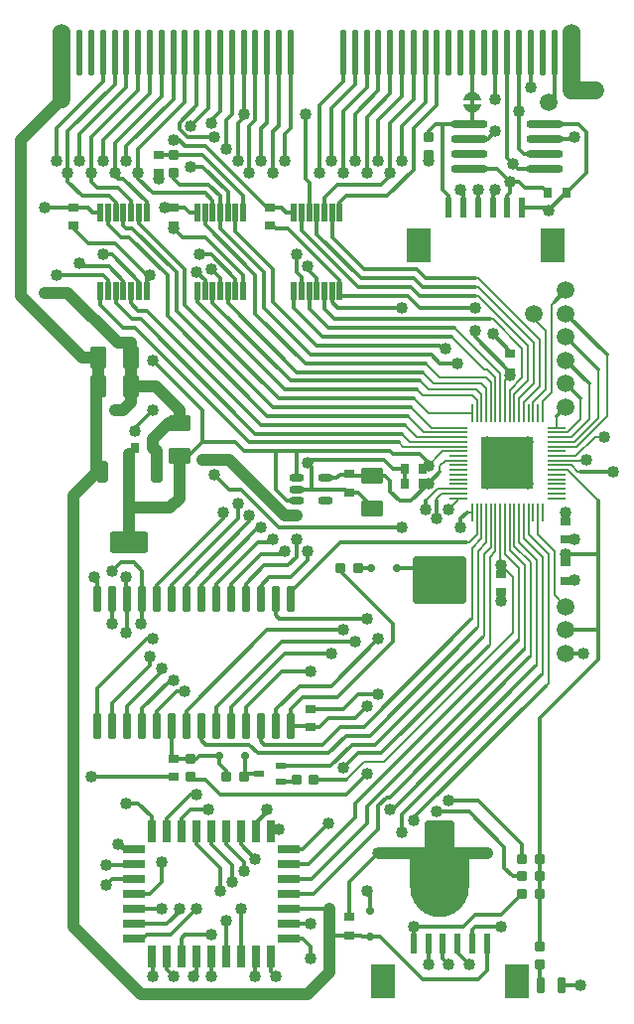
<source format=gbr>
G04 DipTrace 4.3.0.5*
G04 1 - Top.gbr*
%MOIN*%
G04 #@! TF.FileFunction,Copper,L1,Top*
G04 #@! TF.Part,Single*
%AMOUTLINE0*
4,1,28,
-0.041339,0.07874,
0.041339,0.07874,
0.043377,0.078472,
0.045276,0.077685,
0.046906,0.076434,
0.048158,0.074803,
0.048944,0.072904,
0.049213,0.070866,
0.049213,-0.070866,
0.048944,-0.072904,
0.048158,-0.074803,
0.046906,-0.076434,
0.045276,-0.077685,
0.043377,-0.078472,
0.041339,-0.07874,
-0.041339,-0.07874,
-0.043377,-0.078472,
-0.045276,-0.077685,
-0.046906,-0.076434,
-0.048158,-0.074803,
-0.048944,-0.072904,
-0.049213,-0.070866,
-0.049213,0.070866,
-0.048944,0.072904,
-0.048158,0.074803,
-0.046906,0.076434,
-0.045276,0.077685,
-0.043377,0.078472,
-0.041339,0.07874,
0*%
%AMOUTLINE3*
4,1,28,
-0.080709,0.07874,
0.080709,0.07874,
0.082747,0.078472,
0.084646,0.077685,
0.086276,0.076434,
0.087528,0.074803,
0.088314,0.072904,
0.088583,0.070866,
0.088583,-0.070866,
0.088314,-0.072904,
0.087528,-0.074803,
0.086276,-0.076434,
0.084646,-0.077685,
0.082747,-0.078472,
0.080709,-0.07874,
-0.080709,-0.07874,
-0.082747,-0.078472,
-0.084646,-0.077685,
-0.086276,-0.076434,
-0.087528,-0.074803,
-0.088314,-0.072904,
-0.088583,-0.070866,
-0.088583,0.070866,
-0.088314,0.072904,
-0.087528,0.074803,
-0.086276,0.076434,
-0.084646,0.077685,
-0.082747,0.078472,
-0.080709,0.07874,
0*%
%AMOUTLINE6*
4,1,28,
0.018307,0.00748,
0.018307,-0.00748,
0.018052,-0.009416,
0.017305,-0.01122,
0.016116,-0.01277,
0.014567,-0.013958,
0.012763,-0.014706,
0.010827,-0.014961,
-0.010827,-0.014961,
-0.012763,-0.014706,
-0.014567,-0.013958,
-0.016116,-0.01277,
-0.017305,-0.01122,
-0.018052,-0.009416,
-0.018307,-0.00748,
-0.018307,0.00748,
-0.018052,0.009416,
-0.017305,0.01122,
-0.016116,0.01277,
-0.014567,0.013958,
-0.012763,0.014706,
-0.010827,0.014961,
0.010827,0.014961,
0.012763,0.014706,
0.014567,0.013958,
0.016116,0.01277,
0.017305,0.01122,
0.018052,0.009416,
0.018307,0.00748,
0*%
%AMOUTLINE9*
4,1,28,
-0.018307,-0.00748,
-0.018307,0.00748,
-0.018052,0.009416,
-0.017305,0.01122,
-0.016116,0.01277,
-0.014567,0.013958,
-0.012763,0.014706,
-0.010827,0.014961,
0.010827,0.014961,
0.012763,0.014706,
0.014567,0.013958,
0.016116,0.01277,
0.017305,0.01122,
0.018052,0.009416,
0.018307,0.00748,
0.018307,-0.00748,
0.018052,-0.009416,
0.017305,-0.01122,
0.016116,-0.01277,
0.014567,-0.013958,
0.012763,-0.014706,
0.010827,-0.014961,
-0.010827,-0.014961,
-0.012763,-0.014706,
-0.014567,-0.013958,
-0.016116,-0.01277,
-0.017305,-0.01122,
-0.018052,-0.009416,
-0.018307,-0.00748,
0*%
%AMOUTLINE12*
4,1,28,
0.017126,-0.037598,
-0.017126,-0.037598,
-0.019673,-0.037263,
-0.022047,-0.03628,
-0.024086,-0.034716,
-0.02565,-0.032677,
-0.026633,-0.030303,
-0.026969,-0.027756,
-0.026969,0.027756,
-0.026633,0.030303,
-0.02565,0.032677,
-0.024086,0.034716,
-0.022047,0.03628,
-0.019673,0.037263,
-0.017126,0.037598,
0.017126,0.037598,
0.019673,0.037263,
0.022047,0.03628,
0.024086,0.034716,
0.02565,0.032677,
0.026633,0.030303,
0.026969,0.027756,
0.026969,-0.027756,
0.026633,-0.030303,
0.02565,-0.032677,
0.024086,-0.034716,
0.022047,-0.03628,
0.019673,-0.037263,
0.017126,-0.037598,
0*%
%AMOUTLINE15*
4,1,28,
-0.017126,0.037598,
0.017126,0.037598,
0.019673,0.037263,
0.022047,0.03628,
0.024086,0.034716,
0.02565,0.032677,
0.026633,0.030303,
0.026969,0.027756,
0.026969,-0.027756,
0.026633,-0.030303,
0.02565,-0.032677,
0.024086,-0.034716,
0.022047,-0.03628,
0.019673,-0.037263,
0.017126,-0.037598,
-0.017126,-0.037598,
-0.019673,-0.037263,
-0.022047,-0.03628,
-0.024086,-0.034716,
-0.02565,-0.032677,
-0.026633,-0.030303,
-0.026969,-0.027756,
-0.026969,0.027756,
-0.026633,0.030303,
-0.02565,0.032677,
-0.024086,0.034716,
-0.022047,0.03628,
-0.019673,0.037263,
-0.017126,0.037598,
0*%
%AMOUTLINE18*
4,1,28,
0.00748,-0.018307,
-0.00748,-0.018307,
-0.009416,-0.018052,
-0.01122,-0.017305,
-0.01277,-0.016116,
-0.013958,-0.014567,
-0.014706,-0.012763,
-0.014961,-0.010827,
-0.014961,0.010827,
-0.014706,0.012763,
-0.013958,0.014567,
-0.01277,0.016116,
-0.01122,0.017305,
-0.009416,0.018052,
-0.00748,0.018307,
0.00748,0.018307,
0.009416,0.018052,
0.01122,0.017305,
0.01277,0.016116,
0.013958,0.014567,
0.014706,0.012763,
0.014961,0.010827,
0.014961,-0.010827,
0.014706,-0.012763,
0.013958,-0.014567,
0.01277,-0.016116,
0.01122,-0.017305,
0.009416,-0.018052,
0.00748,-0.018307,
0*%
%AMOUTLINE21*
4,1,28,
-0.00748,0.018307,
0.00748,0.018307,
0.009416,0.018052,
0.01122,0.017305,
0.01277,0.016116,
0.013958,0.014567,
0.014706,0.012763,
0.014961,0.010827,
0.014961,-0.010827,
0.014706,-0.012763,
0.013958,-0.014567,
0.01277,-0.016116,
0.01122,-0.017305,
0.009416,-0.018052,
0.00748,-0.018307,
-0.00748,-0.018307,
-0.009416,-0.018052,
-0.01122,-0.017305,
-0.01277,-0.016116,
-0.013958,-0.014567,
-0.014706,-0.012763,
-0.014961,-0.010827,
-0.014961,0.010827,
-0.014706,0.012763,
-0.013958,0.014567,
-0.01277,0.016116,
-0.01122,0.017305,
-0.009416,0.018052,
-0.00748,0.018307,
0*%
%AMOUTLINE24*
4,1,28,
0.037598,0.017127,
0.037599,-0.017125,
0.037264,-0.019672,
0.03628,-0.022046,
0.034716,-0.024085,
0.032678,-0.025649,
0.030304,-0.026632,
0.027757,-0.026968,
-0.027755,-0.026969,
-0.030303,-0.026634,
-0.032676,-0.025651,
-0.034715,-0.024087,
-0.036279,-0.022048,
-0.037263,-0.019674,
-0.037598,-0.017127,
-0.037599,0.017125,
-0.037264,0.019672,
-0.03628,0.022046,
-0.034716,0.024085,
-0.032678,0.025649,
-0.030304,0.026632,
-0.027757,0.026968,
0.027755,0.026969,
0.030303,0.026634,
0.032676,0.025651,
0.034715,0.024087,
0.036279,0.022048,
0.037263,0.019674,
0.037598,0.017127,
0*%
%AMOUTLINE27*
4,1,28,
-0.037598,-0.017127,
-0.037599,0.017125,
-0.037264,0.019672,
-0.03628,0.022046,
-0.034716,0.024085,
-0.032678,0.025649,
-0.030304,0.026632,
-0.027757,0.026968,
0.027755,0.026969,
0.030303,0.026634,
0.032676,0.025651,
0.034715,0.024087,
0.036279,0.022048,
0.037263,0.019674,
0.037598,0.017127,
0.037599,-0.017125,
0.037264,-0.019672,
0.03628,-0.022046,
0.034716,-0.024085,
0.032678,-0.025649,
0.030304,-0.026632,
0.027757,-0.026968,
-0.027755,-0.026969,
-0.030303,-0.026634,
-0.032676,-0.025651,
-0.034715,-0.024087,
-0.036279,-0.022048,
-0.037263,-0.019674,
-0.037598,-0.017127,
0*%
%AMOUTLINE30*
4,1,28,
0.011811,0.005906,
0.011811,-0.005906,
0.01161,-0.007434,
0.01102,-0.008858,
0.010081,-0.010081,
0.008858,-0.01102,
0.007434,-0.01161,
0.005906,-0.011811,
-0.005906,-0.011811,
-0.007434,-0.01161,
-0.008858,-0.01102,
-0.010081,-0.010081,
-0.01102,-0.008858,
-0.01161,-0.007434,
-0.011811,-0.005906,
-0.011811,0.005906,
-0.01161,0.007434,
-0.01102,0.008858,
-0.010081,0.010081,
-0.008858,0.01102,
-0.007434,0.01161,
-0.005906,0.011811,
0.005906,0.011811,
0.007434,0.01161,
0.008858,0.01102,
0.010081,0.010081,
0.01102,0.008858,
0.01161,0.007434,
0.011811,0.005906,
0*%
%AMOUTLINE33*
4,1,28,
-0.011811,-0.005906,
-0.011811,0.005906,
-0.01161,0.007434,
-0.01102,0.008858,
-0.010081,0.010081,
-0.008858,0.01102,
-0.007434,0.01161,
-0.005906,0.011811,
0.005906,0.011811,
0.007434,0.01161,
0.008858,0.01102,
0.010081,0.010081,
0.01102,0.008858,
0.01161,0.007434,
0.011811,0.005906,
0.011811,-0.005906,
0.01161,-0.007434,
0.01102,-0.008858,
0.010081,-0.010081,
0.008858,-0.01102,
0.007434,-0.01161,
0.005906,-0.011811,
-0.005906,-0.011811,
-0.007434,-0.01161,
-0.008858,-0.01102,
-0.010081,-0.010081,
-0.01102,-0.008858,
-0.01161,-0.007434,
-0.011811,-0.005906,
0*%
%AMOUTLINE36*
4,1,28,
-0.005906,0.011811,
0.005905,0.011811,
0.007434,0.01161,
0.008858,0.01102,
0.010081,0.010082,
0.01102,0.008859,
0.01161,0.007434,
0.011811,0.005906,
0.011811,-0.005905,
0.01161,-0.007434,
0.01102,-0.008858,
0.010082,-0.010081,
0.008859,-0.01102,
0.007434,-0.01161,
0.005906,-0.011811,
-0.005905,-0.011811,
-0.007434,-0.01161,
-0.008858,-0.01102,
-0.010081,-0.010082,
-0.01102,-0.008859,
-0.01161,-0.007434,
-0.011811,-0.005906,
-0.011811,0.005905,
-0.01161,0.007434,
-0.01102,0.008858,
-0.010082,0.010081,
-0.008859,0.01102,
-0.007434,0.01161,
-0.005906,0.011811,
0*%
%AMOUTLINE39*
4,1,28,
0.005906,-0.011811,
-0.005905,-0.011811,
-0.007434,-0.01161,
-0.008858,-0.01102,
-0.010081,-0.010082,
-0.01102,-0.008859,
-0.01161,-0.007434,
-0.011811,-0.005906,
-0.011811,0.005905,
-0.01161,0.007434,
-0.01102,0.008858,
-0.010082,0.010081,
-0.008859,0.01102,
-0.007434,0.01161,
-0.005906,0.011811,
0.005905,0.011811,
0.007434,0.01161,
0.008858,0.01102,
0.010081,0.010082,
0.01102,0.008859,
0.01161,0.007434,
0.011811,0.005906,
0.011811,-0.005905,
0.01161,-0.007434,
0.01102,-0.008858,
0.010082,-0.010081,
0.008859,-0.01102,
0.007434,-0.01161,
0.005906,-0.011811,
0*%
%AMOUTLINE42*
4,1,28,
0.007481,-0.025197,
-0.00748,-0.025197,
-0.009416,-0.024942,
-0.01122,-0.024195,
-0.012769,-0.023006,
-0.013958,-0.021457,
-0.014705,-0.019653,
-0.01496,-0.017717,
-0.014961,0.017716,
-0.014706,0.019652,
-0.013959,0.021456,
-0.01277,0.023006,
-0.011221,0.024194,
-0.009417,0.024942,
-0.007481,0.025197,
0.00748,0.025197,
0.009416,0.024942,
0.01122,0.024195,
0.012769,0.023006,
0.013958,0.021457,
0.014705,0.019653,
0.01496,0.017717,
0.014961,-0.017716,
0.014706,-0.019652,
0.013959,-0.021456,
0.01277,-0.023006,
0.011221,-0.024194,
0.009417,-0.024942,
0.007481,-0.025197,
0*%
%AMOUTLINE45*
4,1,28,
-0.007481,0.025197,
0.00748,0.025197,
0.009416,0.024942,
0.01122,0.024195,
0.012769,0.023006,
0.013958,0.021457,
0.014705,0.019653,
0.01496,0.017717,
0.014961,-0.017716,
0.014706,-0.019652,
0.013959,-0.021456,
0.01277,-0.023006,
0.011221,-0.024194,
0.009417,-0.024942,
0.007481,-0.025197,
-0.00748,-0.025197,
-0.009416,-0.024942,
-0.01122,-0.024195,
-0.012769,-0.023006,
-0.013958,-0.021457,
-0.014705,-0.019653,
-0.01496,-0.017717,
-0.014961,0.017716,
-0.014706,0.019652,
-0.013959,0.021456,
-0.01277,0.023006,
-0.011221,0.024194,
-0.009417,0.024942,
-0.007481,0.025197,
0*%
%AMOUTLINE48*
4,1,15,
0.030512,-0.088583,
-0.030512,-0.088583,
-0.030512,0.058071,
-0.029472,0.065968,
-0.026424,0.073327,
-0.021575,0.079646,
-0.015256,0.084495,
-0.007897,0.087543,
0.0,0.088583,
0.007897,0.087543,
0.015256,0.084495,
0.021575,0.079646,
0.026424,0.073327,
0.029472,0.065968,
0.030512,0.058071,
0.030512,-0.088583,
0*%
%AMOUTLINE51*
4,1,28,
-0.037598,-0.006693,
-0.037598,0.006693,
-0.037357,0.008527,
-0.036649,0.010236,
-0.035523,0.011704,
-0.034055,0.01283,
-0.032346,0.013538,
-0.030512,0.01378,
0.030512,0.01378,
0.032346,0.013538,
0.034055,0.01283,
0.035523,0.011704,
0.036649,0.010236,
0.037357,0.008527,
0.037598,0.006693,
0.037598,-0.006693,
0.037357,-0.008527,
0.036649,-0.010236,
0.035523,-0.011704,
0.034055,-0.01283,
0.032346,-0.013538,
0.030512,-0.01378,
-0.030512,-0.01378,
-0.032346,-0.013538,
-0.034055,-0.01283,
-0.035523,-0.011704,
-0.036649,-0.010236,
-0.037357,-0.008527,
-0.037598,-0.006693,
0*%
%AMOUTLINE54*
4,1,28,
0.006693,-0.037598,
-0.006693,-0.037598,
-0.008527,-0.037357,
-0.010236,-0.036649,
-0.011704,-0.035523,
-0.01283,-0.034055,
-0.013538,-0.032346,
-0.01378,-0.030512,
-0.01378,0.030512,
-0.013538,0.032346,
-0.01283,0.034055,
-0.011704,0.035523,
-0.010236,0.036649,
-0.008527,0.037357,
-0.006693,0.037598,
0.006693,0.037598,
0.008527,0.037357,
0.010236,0.036649,
0.011704,0.035523,
0.01283,0.034055,
0.013538,0.032346,
0.01378,0.030512,
0.01378,-0.030512,
0.013538,-0.032346,
0.01283,-0.034055,
0.011704,-0.035523,
0.010236,-0.036649,
0.008527,-0.037357,
0.006693,-0.037598,
0*%
%AMOUTLINE57*
4,1,28,
0.037598,0.006693,
0.037598,-0.006693,
0.037357,-0.008527,
0.036649,-0.010236,
0.035523,-0.011704,
0.034055,-0.01283,
0.032346,-0.013538,
0.030512,-0.01378,
-0.030512,-0.01378,
-0.032346,-0.013538,
-0.034055,-0.01283,
-0.035523,-0.011704,
-0.036649,-0.010236,
-0.037357,-0.008527,
-0.037598,-0.006693,
-0.037598,0.006693,
-0.037357,0.008527,
-0.036649,0.010236,
-0.035523,0.011704,
-0.034055,0.01283,
-0.032346,0.013538,
-0.030512,0.01378,
0.030512,0.01378,
0.032346,0.013538,
0.034055,0.01283,
0.035523,0.011704,
0.036649,0.010236,
0.037357,0.008527,
0.037598,0.006693,
0*%
%AMOUTLINE60*
4,1,28,
-0.006693,0.037598,
0.006693,0.037598,
0.008527,0.037357,
0.010236,0.036649,
0.011704,0.035523,
0.01283,0.034055,
0.013538,0.032346,
0.01378,0.030512,
0.01378,-0.030512,
0.013538,-0.032346,
0.01283,-0.034055,
0.011704,-0.035523,
0.010236,-0.036649,
0.008527,-0.037357,
0.006693,-0.037598,
-0.006693,-0.037598,
-0.008527,-0.037357,
-0.010236,-0.036649,
-0.011704,-0.035523,
-0.01283,-0.034055,
-0.013538,-0.032346,
-0.01378,-0.030512,
-0.01378,0.030512,
-0.013538,0.032346,
-0.01283,0.034055,
-0.011704,0.035523,
-0.010236,0.036649,
-0.008527,0.037357,
-0.006693,0.037598,
0*%
%AMOUTLINE63*
4,1,13,
0.029528,-0.014764,
-0.029528,-0.014764,
-0.028521,-0.007121,
-0.025572,0.0,
-0.020879,0.006115,
-0.014764,0.010808,
-0.007642,0.013758,
0.0,0.014764,
0.007642,0.013758,
0.014764,0.010808,
0.020879,0.006115,
0.025572,0.0,
0.028521,-0.007121,
0.029528,-0.014764,
0*%
%AMOUTLINE66*
4,1,15,
-0.098425,0.11811,
0.098425,0.11811,
0.098425,-0.019685,
0.095071,-0.045159,
0.085239,-0.068898,
0.069597,-0.089282,
0.049213,-0.104924,
0.025474,-0.114756,
0.0,-0.11811,
-0.025474,-0.114756,
-0.049213,-0.104924,
-0.069597,-0.089282,
-0.085239,-0.068898,
-0.095071,-0.045159,
-0.098425,-0.019685,
-0.098425,0.11811,
0*%
%AMOUTLINE69*
4,1,13,
-0.029528,0.014764,
0.029528,0.014764,
0.028521,0.007121,
0.025572,0.0,
0.020879,-0.006115,
0.014764,-0.010808,
0.007642,-0.013758,
0.0,-0.014764,
-0.007642,-0.013758,
-0.014764,-0.010808,
-0.020879,-0.006115,
-0.025572,0.0,
-0.028521,0.007121,
-0.029528,0.014764,
0*%
%AMOUTLINE72*
4,1,28,
-0.01752,-0.004921,
-0.01752,0.004921,
-0.017359,0.006144,
-0.016887,0.007283,
-0.016136,0.008262,
-0.015157,0.009013,
-0.014018,0.009485,
-0.012795,0.009646,
0.012795,0.009646,
0.014018,0.009485,
0.015157,0.009013,
0.016136,0.008262,
0.016887,0.007283,
0.017359,0.006144,
0.01752,0.004921,
0.01752,-0.004921,
0.017359,-0.006144,
0.016887,-0.007283,
0.016136,-0.008262,
0.015157,-0.009013,
0.014018,-0.009485,
0.012795,-0.009646,
-0.012795,-0.009646,
-0.014018,-0.009485,
-0.015157,-0.009013,
-0.016136,-0.008262,
-0.016887,-0.007283,
-0.017359,-0.006144,
-0.01752,-0.004921,
0*%
%AMOUTLINE75*
4,1,28,
0.01752,0.004921,
0.01752,-0.004921,
0.017359,-0.006144,
0.016887,-0.007283,
0.016136,-0.008262,
0.015157,-0.009013,
0.014018,-0.009485,
0.012795,-0.009646,
-0.012795,-0.009646,
-0.014018,-0.009485,
-0.015157,-0.009013,
-0.016136,-0.008262,
-0.016887,-0.007283,
-0.017359,-0.006144,
-0.01752,-0.004921,
-0.01752,0.004921,
-0.017359,0.006144,
-0.016887,0.007283,
-0.016136,0.008262,
-0.015157,0.009013,
-0.014018,0.009485,
-0.012795,0.009646,
0.012795,0.009646,
0.014018,0.009485,
0.015157,0.009013,
0.016136,0.008262,
0.016887,0.007283,
0.017359,0.006144,
0.01752,0.004921,
0*%
%AMOUTLINE78*
4,1,28,
0.007874,-0.018307,
-0.007874,-0.018307,
-0.010013,-0.018026,
-0.012007,-0.0172,
-0.01372,-0.015886,
-0.015034,-0.014174,
-0.01586,-0.01218,
-0.016142,-0.01004,
-0.016142,0.010039,
-0.01586,0.012179,
-0.015034,0.014173,
-0.013721,0.015885,
-0.012008,0.017199,
-0.010014,0.018025,
-0.007874,0.018307,
0.007874,0.018307,
0.010013,0.018026,
0.012007,0.0172,
0.01372,0.015886,
0.015034,0.014174,
0.01586,0.01218,
0.016142,0.01004,
0.016142,-0.010039,
0.01586,-0.012179,
0.015034,-0.014173,
0.013721,-0.015885,
0.012008,-0.017199,
0.010014,-0.018025,
0.007874,-0.018307,
0*%
%AMOUTLINE81*
4,1,28,
-0.007874,0.018307,
0.007874,0.018307,
0.010013,0.018026,
0.012007,0.0172,
0.01372,0.015886,
0.015034,0.014174,
0.01586,0.01218,
0.016142,0.01004,
0.016142,-0.010039,
0.01586,-0.012179,
0.015034,-0.014173,
0.013721,-0.015885,
0.012008,-0.017199,
0.010014,-0.018025,
0.007874,-0.018307,
-0.007874,-0.018307,
-0.010013,-0.018026,
-0.012007,-0.0172,
-0.01372,-0.015886,
-0.015034,-0.014174,
-0.01586,-0.01218,
-0.016142,-0.01004,
-0.016142,0.010039,
-0.01586,0.012179,
-0.015034,0.014173,
-0.013721,0.015885,
-0.012008,0.017199,
-0.010014,0.018025,
-0.007874,0.018307,
0*%
%AMOUTLINE84*
4,1,28,
0.018307,0.007875,
0.018307,-0.007873,
0.018026,-0.010013,
0.0172,-0.012007,
0.015886,-0.01372,
0.014174,-0.015033,
0.01218,-0.01586,
0.01004,-0.016141,
-0.010039,-0.016142,
-0.012179,-0.015861,
-0.014173,-0.015035,
-0.015885,-0.013721,
-0.017199,-0.012009,
-0.018025,-0.010015,
-0.018307,-0.007875,
-0.018307,0.007873,
-0.018026,0.010013,
-0.0172,0.012007,
-0.015886,0.01372,
-0.014174,0.015033,
-0.01218,0.01586,
-0.01004,0.016141,
0.010039,0.016142,
0.012179,0.015861,
0.014173,0.015035,
0.015885,0.013721,
0.017199,0.012009,
0.018025,0.010015,
0.018307,0.007875,
0*%
%AMOUTLINE87*
4,1,28,
-0.018307,-0.007875,
-0.018307,0.007873,
-0.018026,0.010013,
-0.0172,0.012007,
-0.015886,0.01372,
-0.014174,0.015033,
-0.01218,0.01586,
-0.01004,0.016141,
0.010039,0.016142,
0.012179,0.015861,
0.014173,0.015035,
0.015885,0.013721,
0.017199,0.012009,
0.018025,0.010015,
0.018307,0.007875,
0.018307,-0.007873,
0.018026,-0.010013,
0.0172,-0.012007,
0.015886,-0.01372,
0.014174,-0.015033,
0.01218,-0.01586,
0.01004,-0.016141,
-0.010039,-0.016142,
-0.012179,-0.015861,
-0.014173,-0.015035,
-0.015885,-0.013721,
-0.017199,-0.012009,
-0.018025,-0.010015,
-0.018307,-0.007875,
0*%
%AMOUTLINE90*
4,1,28,
0.006299,-0.042717,
-0.006299,-0.042717,
-0.008031,-0.042488,
-0.009646,-0.04182,
-0.011032,-0.040756,
-0.012095,-0.03937,
-0.012764,-0.037756,
-0.012992,-0.036024,
-0.012992,0.036024,
-0.012764,0.037756,
-0.012095,0.03937,
-0.011032,0.040756,
-0.009646,0.04182,
-0.008031,0.042488,
-0.006299,0.042717,
0.006299,0.042717,
0.008031,0.042488,
0.009646,0.04182,
0.011032,0.040756,
0.012095,0.03937,
0.012764,0.037756,
0.012992,0.036024,
0.012992,-0.036024,
0.012764,-0.037756,
0.012095,-0.03937,
0.011032,-0.040756,
0.009646,-0.04182,
0.008031,-0.042488,
0.006299,-0.042717,
0*%
%AMOUTLINE93*
4,1,28,
-0.006299,0.042717,
0.006299,0.042717,
0.008031,0.042488,
0.009646,0.04182,
0.011032,0.040756,
0.012095,0.03937,
0.012764,0.037756,
0.012992,0.036024,
0.012992,-0.036024,
0.012764,-0.037756,
0.012095,-0.03937,
0.011032,-0.040756,
0.009646,-0.04182,
0.008031,-0.042488,
0.006299,-0.042717,
-0.006299,-0.042717,
-0.008031,-0.042488,
-0.009646,-0.04182,
-0.011032,-0.040756,
-0.012095,-0.03937,
-0.012764,-0.037756,
-0.012992,-0.036024,
-0.012992,0.036024,
-0.012764,0.037756,
-0.012095,0.03937,
-0.011032,0.040756,
-0.009646,0.04182,
-0.008031,0.042488,
-0.006299,0.042717,
0*%
%AMOUTLINE96*
4,1,28,
0.009646,-0.03563,
-0.009646,-0.03563,
-0.012193,-0.035295,
-0.014567,-0.034311,
-0.016605,-0.032747,
-0.01817,-0.030709,
-0.019153,-0.028335,
-0.019488,-0.025787,
-0.019488,0.025787,
-0.019153,0.028335,
-0.01817,0.030709,
-0.016605,0.032747,
-0.014567,0.034311,
-0.012193,0.035295,
-0.009646,0.03563,
0.009646,0.03563,
0.012193,0.035295,
0.014567,0.034311,
0.016605,0.032747,
0.01817,0.030709,
0.019153,0.028335,
0.019488,0.025787,
0.019488,-0.025787,
0.019153,-0.028335,
0.01817,-0.030709,
0.016605,-0.032747,
0.014567,-0.034311,
0.012193,-0.035295,
0.009646,-0.03563,
0*%
%AMOUTLINE99*
4,1,28,
-0.054134,0.03563,
0.054134,0.03563,
0.056681,0.035295,
0.059055,0.034311,
0.061094,0.032747,
0.062658,0.030709,
0.063641,0.028335,
0.063976,0.025787,
0.063976,-0.025787,
0.063641,-0.028335,
0.062658,-0.030709,
0.061094,-0.032747,
0.059055,-0.034311,
0.056681,-0.035295,
0.054134,-0.03563,
-0.054134,-0.03563,
-0.056681,-0.035295,
-0.059055,-0.034311,
-0.061094,-0.032747,
-0.062658,-0.030709,
-0.063641,-0.028335,
-0.063976,-0.025787,
-0.063976,0.025787,
-0.063641,0.028335,
-0.062658,0.030709,
-0.061094,0.032747,
-0.059055,0.034311,
-0.056681,0.035295,
-0.054134,0.03563,
0*%
%AMOUTLINE102*
4,1,28,
0.022441,0.005906,
0.022441,-0.005906,
0.02224,-0.007434,
0.02165,-0.008858,
0.020711,-0.010081,
0.019488,-0.01102,
0.018064,-0.01161,
0.016535,-0.011811,
-0.016535,-0.011811,
-0.018064,-0.01161,
-0.019488,-0.01102,
-0.020711,-0.010081,
-0.02165,-0.008858,
-0.02224,-0.007434,
-0.022441,-0.005906,
-0.022441,0.005906,
-0.02224,0.007434,
-0.02165,0.008858,
-0.020711,0.010081,
-0.019488,0.01102,
-0.018064,0.01161,
-0.016535,0.011811,
0.016535,0.011811,
0.018064,0.01161,
0.019488,0.01102,
0.020711,0.010081,
0.02165,0.008858,
0.02224,0.007434,
0.022441,0.005906,
0*%
%AMOUTLINE105*
4,1,28,
-0.022441,-0.005906,
-0.022441,0.005906,
-0.02224,0.007434,
-0.02165,0.008858,
-0.020711,0.010081,
-0.019488,0.01102,
-0.018064,0.01161,
-0.016535,0.011811,
0.016535,0.011811,
0.018064,0.01161,
0.019488,0.01102,
0.020711,0.010081,
0.02165,0.008858,
0.02224,0.007434,
0.022441,0.005906,
0.022441,-0.005906,
0.02224,-0.007434,
0.02165,-0.008858,
0.020711,-0.010081,
0.019488,-0.01102,
0.018064,-0.01161,
0.016535,-0.011811,
-0.016535,-0.011811,
-0.018064,-0.01161,
-0.019488,-0.01102,
-0.020711,-0.010081,
-0.02165,-0.008858,
-0.02224,-0.007434,
-0.022441,-0.005906,
0*%
%AMOUTLINE108*
4,1,28,
0.004331,-0.031102,
-0.004331,-0.031102,
-0.005553,-0.030941,
-0.006693,-0.030469,
-0.007671,-0.029719,
-0.008422,-0.02874,
-0.008894,-0.027601,
-0.009055,-0.026378,
-0.009055,0.026378,
-0.008894,0.027601,
-0.008422,0.02874,
-0.007671,0.029719,
-0.006693,0.030469,
-0.005553,0.030941,
-0.004331,0.031102,
0.004331,0.031102,
0.005553,0.030941,
0.006693,0.030469,
0.007671,0.029719,
0.008422,0.02874,
0.008894,0.027601,
0.009055,0.026378,
0.009055,-0.026378,
0.008894,-0.027601,
0.008422,-0.02874,
0.007671,-0.029719,
0.006693,-0.030469,
0.005553,-0.030941,
0.004331,-0.031102,
0*%
%AMOUTLINE111*
4,1,28,
-0.004331,0.031102,
0.004331,0.031102,
0.005553,0.030941,
0.006693,0.030469,
0.007671,0.029719,
0.008422,0.02874,
0.008894,0.027601,
0.009055,0.026378,
0.009055,-0.026378,
0.008894,-0.027601,
0.008422,-0.02874,
0.007671,-0.029719,
0.006693,-0.030469,
0.005553,-0.030941,
0.004331,-0.031102,
-0.004331,-0.031102,
-0.005553,-0.030941,
-0.006693,-0.030469,
-0.007671,-0.029719,
-0.008422,-0.02874,
-0.008894,-0.027601,
-0.009055,-0.026378,
-0.009055,0.026378,
-0.008894,0.027601,
-0.008422,0.02874,
-0.007671,0.029719,
-0.006693,0.030469,
-0.005553,0.030941,
-0.004331,0.031102,
0*%
%AMOUTLINE114*
4,1,28,
0.059055,0.005907,
0.059055,-0.005904,
0.058854,-0.007433,
0.058264,-0.008857,
0.057326,-0.01008,
0.056103,-0.011019,
0.054678,-0.011609,
0.05315,-0.01181,
-0.053149,-0.011812,
-0.054678,-0.011611,
-0.056102,-0.011021,
-0.057325,-0.010083,
-0.058264,-0.00886,
-0.058854,-0.007435,
-0.059055,-0.005907,
-0.059055,0.005904,
-0.058854,0.007433,
-0.058264,0.008857,
-0.057326,0.01008,
-0.056103,0.011019,
-0.054678,0.011609,
-0.05315,0.01181,
0.053149,0.011812,
0.054678,0.011611,
0.056102,0.011021,
0.057325,0.010083,
0.058264,0.00886,
0.058854,0.007435,
0.059055,0.005907,
0*%
%AMOUTLINE117*
4,1,28,
-0.059055,-0.005907,
-0.059055,0.005904,
-0.058854,0.007433,
-0.058264,0.008857,
-0.057326,0.01008,
-0.056103,0.011019,
-0.054678,0.011609,
-0.05315,0.01181,
0.053149,0.011812,
0.054678,0.011611,
0.056102,0.011021,
0.057325,0.010083,
0.058264,0.00886,
0.058854,0.007435,
0.059055,0.005907,
0.059055,-0.005904,
0.058854,-0.007433,
0.058264,-0.008857,
0.057326,-0.01008,
0.056103,-0.011019,
0.054678,-0.011609,
0.05315,-0.01181,
-0.053149,-0.011812,
-0.054678,-0.011611,
-0.056102,-0.011021,
-0.057325,-0.010083,
-0.058264,-0.00886,
-0.058854,-0.007435,
-0.059055,-0.005907,
0*%
G04 #@! TA.AperFunction,Conductor*
%ADD13C,0.007874*%
%ADD14C,0.012992*%
%ADD15C,0.03937*%
%ADD16C,0.061024*%
%ADD19O,0.021654X0.15748*%
%ADD20R,0.023622X0.066929*%
%ADD21R,0.082677X0.11811*%
%ADD22C,0.059055*%
%ADD23R,0.062992X0.007874*%
%ADD24R,0.007874X0.062992*%
%ADD25R,0.177165X0.177165*%
G04 #@! TA.AperFunction,ViaPad*
%ADD26C,0.04*%
%ADD51OUTLINE0*%
%ADD54OUTLINE3*%
%ADD57OUTLINE6*%
%ADD60OUTLINE9*%
%ADD63OUTLINE12*%
%ADD66OUTLINE15*%
%ADD69OUTLINE18*%
%ADD72OUTLINE21*%
%ADD75OUTLINE24*%
%ADD78OUTLINE27*%
%ADD81OUTLINE30*%
%ADD84OUTLINE33*%
%ADD87OUTLINE36*%
%ADD90OUTLINE39*%
%ADD93OUTLINE42*%
%ADD96OUTLINE45*%
%ADD99OUTLINE48*%
%ADD102OUTLINE51*%
%ADD105OUTLINE54*%
%ADD108OUTLINE57*%
%ADD111OUTLINE60*%
%ADD114OUTLINE63*%
%ADD117OUTLINE66*%
%ADD120OUTLINE69*%
%ADD123OUTLINE72*%
%ADD126OUTLINE75*%
%ADD129OUTLINE78*%
%ADD132OUTLINE81*%
%ADD135OUTLINE84*%
%ADD138OUTLINE87*%
%ADD141OUTLINE90*%
%ADD144OUTLINE93*%
%ADD147OUTLINE96*%
%ADD150OUTLINE99*%
%ADD153OUTLINE102*%
%ADD156OUTLINE105*%
%ADD159OUTLINE108*%
%ADD162OUTLINE111*%
%ADD165OUTLINE114*%
%ADD168OUTLINE117*%
%FSLAX26Y26*%
G04*
G70*
G90*
G75*
G01*
G04 Top*
%LPD*%
X2072835Y2724409D2*
D13*
Y2858268D1*
X1919291Y3011811D1*
D14*
X1496063D1*
X1431102Y3076772D1*
Y3134843D1*
X1171260Y3937008D2*
Y3730315D1*
X1151575Y3710630D1*
Y3612205D1*
X918307Y2102165D2*
Y2148622D1*
X1141732Y2372047D1*
Y2391732D1*
X952362Y1322047D2*
Y1365748D1*
X1033465Y1446850D1*
X1053150D1*
X1456693Y3134843D2*
Y3179134D1*
X1427165Y3208661D1*
Y3218504D1*
X2120079Y2724409D2*
D13*
Y2789370D1*
X2165354Y2834646D1*
Y2952756D1*
X1998031Y3120079D1*
X1988189D1*
D14*
X1801181D1*
X1771654Y3149606D1*
X1594488D1*
X1405512Y3338583D1*
Y3400591D1*
X1702756Y3937008D2*
Y3799213D1*
X1624016Y3720472D1*
Y3533465D1*
X1545276Y1998031D2*
X1289370D1*
X1018307Y1726969D1*
Y1677362D1*
X1102362Y974409D2*
X1013780D1*
X1002362Y962992D1*
Y902362D1*
X1742126Y3937008D2*
Y3789370D1*
X1663386Y3710630D1*
Y3572835D1*
X1584646Y1958661D2*
X1338583D1*
X1118307Y1738386D1*
Y1677362D1*
X1102362Y836614D2*
Y902362D1*
X2135827Y2724409D2*
D13*
Y2775591D1*
X2185039Y2824803D1*
Y2962598D1*
X1998031Y3149606D1*
X1988189D1*
D14*
X1811024D1*
X1781496Y3179134D1*
X1604331D1*
X1456693Y3326772D1*
Y3400591D1*
X1781496Y3937008D2*
Y3779528D1*
X1702756Y3700787D1*
Y3533465D1*
X1624016Y2037402D2*
X1328740D1*
X1318307Y2047835D1*
Y2102165D1*
X1362205Y1262205D2*
X1409843D1*
X1496063Y1348425D1*
X1482283Y3400591D2*
Y3450787D1*
X1525591Y3494094D1*
X1673228D1*
X1702756Y3523622D1*
Y3533465D1*
X2104331Y2724409D2*
D13*
Y2803150D1*
X2145669Y2844488D1*
Y2942913D1*
X2047244Y3041339D1*
X2037402D1*
D14*
X1515748D1*
X1482283Y3074803D1*
Y3134843D1*
X1820866Y3937008D2*
Y3769685D1*
X1742126Y3690945D1*
Y3572835D1*
X1250000Y836614D2*
Y900000D1*
X1252362Y902362D1*
X1507874Y3134843D2*
Y3098425D1*
X1525591Y3080709D1*
X1742126D1*
X2151575Y2724409D2*
D13*
Y2761811D1*
X2204724Y2814961D1*
Y2972441D1*
X1998031Y3179134D1*
X1988189D1*
D14*
X1820866D1*
X1791339Y3208661D1*
X1614173D1*
X1507874Y3314961D1*
Y3400591D1*
X1533465D2*
Y3433071D1*
X1555118Y3454724D1*
X1692913D1*
X1781496Y3543307D1*
Y3681102D1*
X1860236Y3759843D1*
Y3937008D1*
X1210630D2*
Y3730315D1*
Y3720472D1*
X1190945Y3700787D1*
Y3572835D1*
X968307Y2102165D2*
Y2149409D1*
X1190945Y2372047D1*
Y2421260D1*
X1002362Y1322047D2*
Y1366535D1*
X1033465Y1397638D1*
X1092520D1*
X1210630Y3730315D2*
D3*
X1431102Y3400591D2*
Y3500000D1*
X1417323Y3513780D1*
Y3730315D1*
X2057087Y2724409D2*
D13*
Y2844488D1*
X2027559Y2874016D1*
X2017717D1*
X1909449Y2982283D1*
D14*
X1476378D1*
X1379921Y3078740D1*
Y3134843D1*
X1250000Y3937008D2*
Y3710630D1*
X1230315Y3690945D1*
Y3533465D1*
X1018307Y2102165D2*
Y2150197D1*
X1230315Y2362205D1*
Y2381890D1*
X1131890Y1122047D2*
Y1200787D1*
X1052362Y1280315D1*
Y1322047D1*
X1405512Y3134843D2*
Y3181102D1*
X1387795Y3198819D1*
Y3257874D1*
X1289370Y3937008D2*
Y3700787D1*
X1269685Y3681102D1*
Y3572835D1*
X1068307Y2102165D2*
Y2150984D1*
X1259843Y2342520D1*
X1269685D1*
X1102362Y1322047D2*
Y1279528D1*
X1171260Y1210630D1*
Y1151575D1*
X1328740Y3937008D2*
Y3690945D1*
X1309055Y3671260D1*
Y3533465D1*
X1118307Y2102165D2*
Y2151772D1*
X1259843Y2293307D1*
X1309055D1*
Y2303150D1*
X1210630Y1190945D2*
Y1220472D1*
X1152362Y1278740D1*
Y1322047D1*
X1368110Y3937008D2*
Y3681102D1*
X1348425Y3661417D1*
Y3572835D1*
X1168307Y2102165D2*
Y2152559D1*
X1269685Y2253937D1*
X1338583D1*
X1348425Y2263780D1*
X1250000Y1230315D2*
X1202362Y1277953D1*
Y1322047D1*
X1545276Y3937008D2*
Y3838583D1*
X1466535Y3759843D1*
Y3533465D1*
X1218307Y2102165D2*
Y2153346D1*
X1279528Y2214567D1*
X1358268D1*
X1387795Y2244094D1*
Y2303150D1*
X1252362Y1322047D2*
Y1350787D1*
X1289370Y1387795D1*
Y1397638D1*
X1584646Y3937008D2*
Y3828740D1*
X1505906Y3750000D1*
Y3572835D1*
X1268307Y2102165D2*
Y2147636D1*
X1295867Y2175197D1*
X1368110D1*
X1427165Y2234252D1*
Y2263780D1*
X1302362Y1322047D2*
Y1328740D1*
X1328740D1*
X1624016Y3937008D2*
Y3818898D1*
X1545276Y3740157D1*
Y3533465D1*
X1200787Y1062992D2*
Y903937D1*
X1202362Y902362D1*
X1218307Y1677362D2*
Y1739961D1*
X1338583Y1860236D1*
X1437008D1*
X1663386Y3937008D2*
Y3809055D1*
X1584646Y3730315D1*
Y3572835D1*
X1151575Y1023622D2*
Y903150D1*
X1152362Y902362D1*
X1168307Y1677362D2*
Y1739173D1*
X1348425Y1919291D1*
X1505906D1*
X1970471Y3697045D2*
X1879921D1*
X1856493D1*
X1830707Y3671259D1*
Y3651772D1*
X1899606Y3415354D2*
Y3454724D1*
X1879921Y3474409D1*
Y3697045D1*
X1978346Y3937008D2*
Y3704920D1*
X1970471Y3697045D1*
X1978346Y3789370D2*
Y3750000D1*
Y3704920D1*
X2175197Y3937008D2*
Y3818898D1*
X1970472Y3647045D2*
X2032871D1*
X2057087Y3671260D1*
X2096457Y3937008D2*
Y3582677D1*
X2116142Y3562992D1*
X2222442Y3547050D2*
X2132084D1*
X2116142Y3562992D1*
X2047244Y3415354D2*
Y3464567D1*
X2057087Y3474409D1*
X2135827Y3937008D2*
Y3740157D1*
Y3612205D1*
X2150982Y3597050D1*
X2222441D1*
X2135827Y3740157D2*
D3*
X1998031Y3415354D2*
Y3474409D1*
X2057087Y3937008D2*
Y3779528D1*
X2222441Y3647050D2*
X2318310D1*
X2322835Y3651575D1*
X1948819Y3415354D2*
Y3464567D1*
X1938976Y3474409D1*
X1931102Y2440945D2*
D13*
X1929134D1*
Y2431102D1*
X1899606Y2401575D1*
Y1427165D2*
D14*
X1998031D1*
X2145472Y1279724D1*
Y1230315D1*
X1879921Y944882D2*
Y895669D1*
X1899606Y875984D1*
X1931102Y2456693D2*
D13*
X1875984D1*
X1860236Y2440945D1*
Y2431102D1*
D14*
Y2372047D1*
X1830709Y944882D2*
Y875984D1*
X1860236Y1387795D2*
X1968504D1*
X2086614Y1269685D1*
Y1200787D1*
X2116142Y1171260D1*
X2145472D1*
X1931102Y2472441D2*
D13*
X1862205D1*
X1820866Y2431102D1*
D14*
Y2401575D1*
X1781496Y944882D2*
Y1003937D1*
X1948819D1*
X1988189Y1043307D1*
X2076575D1*
X2145472Y1112205D1*
X1931102Y2614173D2*
D13*
X1746063D1*
X1732283Y2627953D1*
D14*
X1230315D1*
X846457Y3011811D1*
X807087D1*
X730315Y3088583D1*
Y3134843D1*
X868307Y2102165D2*
Y2019882D1*
X866142Y2017717D1*
X816929Y1417323D2*
X856299D1*
X902362Y1371260D1*
Y1322047D1*
X580709Y3572835D2*
Y3681102D1*
X738189Y3838583D1*
Y3937008D1*
X767717Y2194882D2*
X797244Y2224409D1*
X840747D1*
X868307Y2196849D1*
Y2102165D1*
X580709Y3188976D2*
X738189D1*
X755906Y3171260D1*
Y3134843D1*
X1931102Y2661417D2*
D13*
X1816929D1*
X1761811Y2716535D1*
D14*
X1289370D1*
X954724Y3051181D1*
Y3188976D1*
X826772Y3316929D1*
X797244D1*
X755906Y3358268D1*
Y3400591D1*
X816929Y2175197D2*
Y2103543D1*
X818307Y2102165D1*
X787402Y1279528D2*
X802362Y1264567D1*
X840157D1*
X842520Y1262205D1*
X818307Y2102165D2*
Y1989567D1*
X816929Y1988189D1*
X620079Y3533465D2*
Y3671260D1*
X777559Y3828740D1*
Y3937008D1*
X620079Y3533465D2*
Y3503937D1*
X669291Y3454724D1*
X757874D1*
X781496Y3431102D1*
Y3400591D1*
X1931102Y2629921D2*
D13*
X1769685D1*
X1742126Y2657480D1*
D14*
X1250000D1*
X866142Y3041339D1*
X836614D1*
X781496Y3096457D1*
Y3134843D1*
X768307Y2102165D2*
Y2017717D1*
X767717D1*
X748031Y1210630D2*
X840945D1*
X842520Y1212205D1*
X659449Y3572835D2*
Y3661417D1*
X816929Y3818898D1*
Y3937008D1*
X659449Y3228346D2*
Y3218504D1*
X757874D1*
X807087Y3169291D1*
Y3134843D1*
X1931102Y2677165D2*
D13*
X1840551D1*
X1771654Y2746063D1*
D14*
X1309055D1*
X984252Y3070866D1*
Y3198819D1*
X836614Y3346457D1*
X816929D1*
X807087Y3356299D1*
Y3400591D1*
X905512Y1968504D2*
X885827D1*
X718504Y1801181D1*
Y1677559D1*
X718307Y1677362D1*
X698819Y3533465D2*
Y3651575D1*
X856299Y3809055D1*
Y3937008D1*
X698819Y3533465D2*
Y3503937D1*
X718504Y3484252D1*
X787402D1*
X832677Y3438976D1*
Y3400591D1*
X935039Y1220472D2*
Y1151575D1*
X895669Y1112205D1*
X842520D1*
X1931102Y2645669D2*
D13*
X1793307D1*
X1751969Y2687008D1*
D14*
X1269685D1*
X885827Y3070866D1*
X856299D1*
X832677Y3094488D1*
Y3134843D1*
X895669Y1909449D2*
Y1879921D1*
X768307Y1752559D1*
Y1677362D1*
X935039Y1062992D2*
X843307D1*
X842520Y1062205D1*
X738189Y3572835D2*
Y3641732D1*
X895669Y3799213D1*
Y3937008D1*
X738189Y3257874D2*
X767717D1*
X858268Y3167323D1*
Y3134843D1*
X1978346Y2724409D2*
D13*
Y2726378D1*
X1830709D1*
X1781496Y2775591D1*
D14*
X1328740D1*
X1013780Y3090551D1*
Y3208661D1*
X858268Y3364173D1*
Y3400591D1*
X935039Y1870079D2*
Y1860236D1*
X818307Y1743504D1*
Y1677362D1*
X994094Y1062992D2*
Y1053150D1*
X953150Y1012205D1*
X842520D1*
X777559Y3533465D2*
Y3631890D1*
X935039Y3789370D1*
Y3937008D1*
X777559Y3533465D2*
Y3523622D1*
X787402Y3513780D1*
X807087D1*
X883858Y3437008D1*
Y3400591D1*
X1994094Y2724409D2*
D13*
Y2769685D1*
X1978346Y2785433D1*
X1811024D1*
X1791339Y2805118D1*
D14*
X1348425D1*
X1055118Y3098425D1*
Y3134843D1*
X974409Y1830709D2*
X964567D1*
X868307Y1734449D1*
Y1677362D1*
X1053150Y1062992D2*
X964567Y974409D1*
X885827D1*
X873622Y962205D1*
X842520D1*
X816929Y3572835D2*
Y3622047D1*
X974409Y3779528D1*
Y3937008D1*
X1080709Y3134843D2*
Y3171260D1*
X1053150Y3198819D1*
X846457Y2667323D2*
Y2677165D1*
X905512Y2736220D1*
X2041339Y2724409D2*
D13*
Y2827785D1*
X2024635Y2844488D1*
X1870079D1*
X1820866Y2893701D1*
D14*
X1417323D1*
X1250000Y3061024D1*
Y3188976D1*
X1080709Y3358268D1*
Y3400591D1*
X1013780Y1791339D2*
X984252D1*
X918307Y1725394D1*
Y1677362D1*
X905512Y836614D2*
Y899213D1*
X902362Y902362D1*
X856299Y3533465D2*
Y3612205D1*
X1013780Y3769685D1*
Y3937008D1*
X856299Y3533465D2*
Y3513780D1*
X905512Y3464567D1*
X1082677D1*
X1106299Y3440945D1*
Y3400591D1*
X2261811Y2582677D2*
D13*
X2326772D1*
X2391732Y2647638D1*
X2411417D1*
D14*
X2421260D1*
X1131890Y3400591D2*
Y3454724D1*
X1092520Y3494094D1*
X994094D1*
X974411Y3513778D1*
Y3533268D1*
X1131890Y3400591D2*
Y3346457D1*
X1279528Y3198819D1*
Y3080709D1*
X1437008Y2923228D1*
X1840551D1*
X1870079Y2893701D1*
X1929134D1*
X974408Y3592717D2*
X926378D1*
X925197Y3593898D1*
X1208661Y3400591D2*
Y3456693D1*
X1071457Y3593898D1*
X925197D1*
X2261811Y2551181D2*
D13*
X2311024D1*
X2332677Y2529528D1*
X2342520D1*
D14*
X2450787D1*
X1183071Y3400591D2*
Y3334646D1*
X1309055Y3208661D1*
Y3100394D1*
X1456693Y2952756D1*
X1870079D1*
X1879921Y2942913D1*
X1889764D1*
X1033465Y3690945D2*
X1092520Y3750000D1*
Y3937008D1*
X1033465Y3553150D2*
X1072835D1*
X1157480Y3468504D1*
Y3400591D1*
X1362205Y1012205D2*
X1435433D1*
X1437008Y1013780D1*
X2057087Y2393701D2*
D13*
Y2263780D1*
X2037402Y2244094D1*
Y1948819D1*
X2032480Y1943898D1*
D14*
X1673228Y1584646D1*
X1594488D1*
X1545276Y1535433D1*
X2088583Y2393701D2*
D13*
Y2251969D1*
X2135827Y2204724D1*
Y1968504D1*
X2130906Y1963583D1*
D14*
X1584646Y1417323D1*
Y1368110D1*
X1428740Y1212205D1*
X1362205D1*
X2104331Y2393701D2*
D13*
Y2265748D1*
X2155512Y2214567D1*
Y1938976D1*
X2150591Y1934055D1*
D14*
X1624016Y1407480D1*
Y1348425D1*
X1437795Y1162205D1*
X1362205D1*
X1726378Y2204726D2*
X1830707D1*
X1870079Y2165354D1*
X1594685Y2204724D2*
X1639764Y2204723D1*
X1978346Y2393701D2*
D13*
X1960630D1*
D14*
X1938976Y2372047D1*
Y2342520D1*
X1929134Y944882D2*
Y915354D1*
X1968504Y875984D1*
X2025591Y2393701D2*
D13*
Y2291339D1*
X1998031Y2263780D1*
Y2007874D1*
X1993110Y2002953D1*
D14*
X1633858Y1643701D1*
X1555118D1*
X1496063Y1584646D1*
X1259843D1*
X1230315Y1614173D1*
X1082677D1*
X1068307Y1628543D1*
Y1677362D1*
X1335630Y1490157D2*
X1381694D1*
X1387598Y1496062D1*
X1994094Y2393701D2*
D13*
Y2318898D1*
X1968504Y2293307D1*
X1958661D1*
D14*
X1535433D1*
X1368307Y2126181D1*
Y2102165D1*
X2009843Y2393701D2*
D13*
Y2305118D1*
X1978346Y2273622D1*
Y2037402D1*
X1973425Y2032480D1*
D14*
X1614173Y1673228D1*
X1535433D1*
X1476378Y1614173D1*
X1279528D1*
X1268307Y1625394D1*
Y1677362D1*
X2120079Y2393701D2*
D13*
Y2279528D1*
X2175197Y2224409D1*
Y1909449D1*
X2170276Y1904528D1*
D14*
X1702756Y1437008D1*
X1690946D1*
X1663386Y1409448D1*
Y1328740D1*
X1446850Y1112205D1*
X1362205D1*
Y962205D2*
X1409843D1*
X1437008Y935039D1*
Y895669D1*
X2135827Y2393701D2*
D13*
Y2293307D1*
X2194882Y2234252D1*
Y1879921D1*
X2189961Y1875000D1*
D14*
X1712598Y1397638D1*
X1702756D1*
X1302362Y902362D2*
Y853150D1*
X1318898Y836614D1*
X2151575Y2393701D2*
D13*
Y2307087D1*
X2214567Y2244094D1*
Y1850394D1*
X2209646Y1845472D1*
D14*
X1742126Y1377953D1*
Y1318898D1*
X2041339Y2393701D2*
D13*
Y2277559D1*
X2017717Y2253937D1*
Y1978346D1*
X2012795Y1973425D1*
D14*
X1653543Y1614173D1*
X1574803D1*
X1501969Y1541339D1*
X1335630D1*
X1214567Y1574806D2*
Y1509647D1*
X1210827Y1505907D1*
X1262795Y1515748D2*
X1220668D1*
X1210827Y1505907D1*
X1033463Y1565157D2*
X975591D1*
X974409Y1566339D1*
X1127953Y1574802D2*
Y1549213D1*
X1151378Y1525787D1*
Y1505904D1*
X1127953Y1574802D2*
X1062991D1*
X1053346Y1565157D1*
X1033463D1*
X968307Y1677362D2*
Y1572441D1*
X974409Y1566339D1*
X1052362Y902362D2*
Y845669D1*
X1043307Y836614D1*
X2167323Y2393701D2*
D13*
Y2320866D1*
X2234252Y2253937D1*
Y1820866D1*
X2224409Y1811024D1*
D14*
X1781496Y1368110D1*
Y1358268D1*
X2204724Y875787D2*
Y811613D1*
X2209252Y807085D1*
X2261811Y2629921D2*
D13*
X2320866D1*
X2401575Y2710630D1*
Y2874016D1*
D14*
X2293307Y2982283D1*
X2261811Y2645669D2*
D13*
X2311024D1*
X2372047Y2706693D1*
Y2824803D1*
D14*
X2293307Y2903543D1*
X2261811Y2661417D2*
D13*
X2299213D1*
X2342520Y2704724D1*
Y2775591D1*
D14*
X2293307Y2824803D1*
X2214567Y2724409D2*
D13*
Y2765748D1*
X2244094Y2795276D1*
Y3090551D1*
X2253937Y3100394D1*
D14*
X2293307Y3139764D1*
X2183071Y2724409D2*
D13*
Y2763780D1*
X2224409Y2805118D1*
Y3001969D1*
X2185039Y3041339D1*
D14*
Y3061024D1*
X2261811Y2677165D2*
D13*
Y2714567D1*
D14*
X2293307Y2746063D1*
X2198819Y2393701D2*
D13*
Y2318898D1*
X2253937Y2263780D1*
Y2116142D1*
X2293307Y2076772D1*
X2253937Y3937008D2*
D14*
Y3789370D1*
X2234252Y3769685D1*
X2261811Y2614173D2*
D13*
X2328740D1*
X2431102Y2716535D1*
Y2923228D1*
D14*
X2293307Y3061024D1*
X1564961Y2521063D2*
Y2519685D1*
X1535433D1*
X1523622Y2507874D1*
X1486024D1*
X1643701Y2516732D2*
X1569291D1*
X1564961Y2521063D1*
X1931102Y2566929D2*
D13*
X1887795D1*
X1870079Y2549213D1*
Y2529528D1*
D14*
X1830709Y2490157D1*
D13*
X1812402D1*
X2293307Y2391732D2*
Y2363583D1*
X2261811Y2566929D2*
X2360236D1*
X2362205Y2568898D1*
X1812402Y2490157D2*
D14*
X1830709D1*
X1771654Y2431102D1*
X1735827D1*
X1702756Y2464173D1*
Y2500000D1*
X1686024Y2516732D1*
X1643701D1*
X826772Y2529724D2*
D15*
Y2408429D1*
Y2293110D1*
Y2529724D2*
Y2589961D1*
D14*
X845079Y2608268D1*
X1931102Y2598425D2*
D13*
X1879921D1*
X1820866Y2539370D1*
X1812402D1*
X2072835Y2393701D2*
Y2230117D1*
X2076772Y2226180D1*
Y2214567D1*
Y2186417D1*
X2106299Y2854331D2*
Y2862795D1*
X2076772Y2214567D2*
D3*
X2293307Y2253937D2*
D14*
X2401575D1*
Y2431102D1*
D13*
X2297244Y2535433D1*
X2261811D1*
X1830709Y2549213D2*
D14*
X1812402D1*
Y2539370D1*
X2293307Y2253937D2*
Y2225787D1*
X2076772Y2214567D2*
Y2186417D1*
X2106299Y2854331D2*
Y2862795D1*
X994096Y2581693D2*
D15*
Y2440946D1*
X961579Y2408429D1*
X826772D1*
X1208661Y3134843D2*
D14*
Y3190945D1*
X1082677Y3316929D1*
X1003937D1*
X974409Y3346457D1*
Y3354921D1*
X1533465Y3134843D2*
Y3171260D1*
X1358268Y3346457D1*
X1318898D1*
X1310433Y3354921D1*
X1299213D1*
X639764D2*
Y3346457D1*
X688976Y3297244D1*
X777559D1*
X876969Y3197835D1*
X883858Y3190945D1*
Y3134843D1*
X974409Y3346457D2*
D3*
X895669Y3188976D2*
X876969Y3197835D1*
X905512Y2903543D2*
X1072835Y2736220D1*
Y2627953D1*
X1026575Y2581693D1*
X994096D1*
X1830709Y2549213D2*
Y2561022D1*
X1803148Y2588583D1*
X1712598D1*
X1702756Y2598425D1*
X1387992D1*
Y2507874D1*
Y2598425D2*
X1318898D1*
Y2470472D1*
X1356299Y2433071D1*
X1387992D1*
X1318898Y2598425D2*
X1210630D1*
X1181102Y2627953D1*
X1072835D1*
X2106299Y2854331D2*
Y2864173D1*
X1988189Y2982283D1*
Y3001969D1*
X1533465Y3134843D2*
Y3120079D1*
X1761811D1*
X1801181Y3080709D1*
X1988189D1*
X2088583Y2724409D2*
D13*
Y2836614D1*
X2106299Y2854331D1*
X2204921Y1230315D2*
D14*
Y1171260D1*
Y1112205D1*
Y935433D1*
X2204724Y935236D1*
X1447047Y1496064D2*
X1555119D1*
D13*
X1614173Y1555118D1*
X1683071D1*
X2116142Y1988189D1*
Y2175197D1*
X2076772Y2214567D1*
X2401575Y2253937D2*
D14*
Y1998031D1*
Y1899606D1*
X2204921Y1702953D1*
Y1230315D1*
X2293307Y1998031D2*
X2401575D1*
X620079Y3937008D2*
X600394D1*
Y3941929D1*
X721457Y2913386D2*
D15*
Y2814961D1*
X717126Y2736220D2*
Y2810630D1*
D14*
X721457Y2814961D1*
X620079Y3937008D2*
D3*
X600394Y3941929D2*
D16*
Y3779528D1*
D15*
X462598Y3641732D1*
Y3120079D1*
X669291Y2913386D1*
X721457D1*
X717126Y2736220D2*
Y2529724D1*
X736220D1*
D14*
X718701D1*
D15*
X639764Y2450787D1*
Y1003937D1*
X866142Y777559D1*
X1427165D1*
X1497362Y847756D1*
Y1062992D1*
D14*
Y973031D1*
X1564961D1*
X600394Y3789370D2*
D15*
Y3779528D1*
X2145669Y3415354D2*
D14*
X2234252D1*
Y3405512D1*
X1633858Y970472D2*
X1608268D1*
X1605709Y973031D1*
X1564961D1*
X2027559Y944882D2*
Y856299D1*
X1998031Y826772D1*
X1811024D1*
X1667323Y970472D1*
X1633858D1*
X1497362Y1062992D2*
X1496063D1*
Y1062205D1*
X1362205D1*
X1830709Y3572835D2*
Y3592323D1*
X1830710D1*
X2294685Y3464568D2*
X2293308D1*
X2234252Y3405512D1*
X2222440Y3697050D2*
X2334644D1*
X2362205Y3669490D1*
Y3532088D1*
X2294685Y3464568D1*
X917323Y2529724D2*
D15*
Y2597835D1*
X906890Y2608268D1*
X1387992Y2470472D2*
D14*
X1438678D1*
X1553740D1*
X1564961Y2459252D1*
X1595866D1*
X1643701Y2411417D1*
Y2404528D1*
X833661Y2814961D2*
D15*
Y2762795D1*
X807087Y2736220D1*
X778937D1*
X833661Y2913386D2*
Y2814961D1*
X994093Y2693898D2*
Y2736222D1*
X915354Y2814961D1*
X833661D1*
X994093Y2693898D2*
X960236D1*
X905512Y2639173D1*
Y2608268D1*
X906890D1*
X2293307Y3937008D2*
D14*
X2313458D1*
Y3941929D1*
X2312992D1*
X2313458D2*
D16*
Y3809055D1*
X2352362D1*
X2106299Y2924606D2*
D14*
Y2933071D1*
X2047244Y2992126D1*
X2293307Y2301772D2*
X2321457D1*
X2322835Y2303150D1*
X2293307Y2163976D2*
X2321457D1*
X2322835Y2165354D1*
X2076772Y2124606D2*
Y2096457D1*
X1870079Y1279528D2*
D15*
Y1250000D1*
X2027559D1*
X842520Y1162205D2*
D14*
X768504D1*
X748031Y1141732D1*
X952362Y902362D2*
Y858661D1*
X974409Y836614D1*
X718307Y2102165D2*
Y2165551D1*
X708661Y2175197D1*
X833661Y2913386D2*
D15*
Y2962598D1*
X787402D1*
X620079Y3129921D1*
X541339D1*
X639764Y3416732D2*
D14*
X542717D1*
X541339Y3415354D1*
X639764Y3416732D2*
X687598D1*
X703740Y3400591D1*
X730315D1*
X925197Y3513780D2*
Y3532087D1*
X944882Y3415354D2*
X973031D1*
X974409Y3416732D1*
X1012402D1*
X1028543Y3400591D1*
X1055118D1*
X974409Y3641732D2*
X994094D1*
X1013780Y3622047D1*
X1082677D1*
X1287992Y3416732D1*
X1299213D1*
X1337205D1*
X1353346Y3400591D1*
X1379921D1*
X1663386Y1250000D2*
X1673228D1*
D15*
X1870079D1*
X1663386Y1781496D2*
D14*
X1594488D1*
X1546654Y1733661D1*
X1437008D1*
X915354Y2814961D2*
D15*
D3*
X994094Y2736220D2*
X994093Y2736222D1*
X1387795Y2381890D2*
X1348425D1*
X1161417Y2568898D1*
X1072835D1*
X1427165Y2559055D2*
D14*
X1437008Y2568898D1*
X1683071D1*
X1712598Y2539370D1*
X1750591D1*
Y2490157D1*
X1438678Y2470472D2*
Y2547542D1*
X1427165Y2559055D1*
X2096457D2*
X2165354Y2490157D1*
X2312992Y3809055D2*
D16*
X2352362D1*
X2391732D1*
X2293307Y1919291D2*
D14*
X2352362D1*
X1564961Y1034843D2*
Y1151575D1*
X1663386Y1250000D1*
X1978346Y944882D2*
Y994094D1*
X1988189Y1003937D1*
X2076772D1*
X974409Y1504528D2*
X700197D1*
X698819Y1505906D1*
X1870079Y1279528D2*
Y1151575D1*
X2232874Y3464566D2*
Y3465945D1*
X2214567Y3484252D1*
X2155512D1*
X2135827Y3503937D1*
X2106299D1*
X1970474Y3547045D2*
X2063192D1*
X2106299Y3503937D1*
X2096457Y3415354D2*
Y3454724D1*
X2106299Y3464567D1*
Y3503937D1*
X2342520Y807087D2*
X2278937D1*
Y807088D1*
X1131890Y3937008D2*
Y3740157D1*
X1102362Y3710630D1*
Y3700787D1*
X1183071Y3134843D2*
Y3177165D1*
X1102362Y3257874D1*
X1062992D1*
X2025591Y2724409D2*
D13*
Y2808100D1*
X2008887Y2824803D1*
X1850394D1*
X1811024Y2864173D1*
D14*
X1387795D1*
X1157480Y3094488D1*
Y3134843D1*
X2009843Y2724409D2*
D13*
Y2788415D1*
X1993139Y2805118D1*
X1830709D1*
X1801181Y2834646D1*
D14*
X1368110D1*
X1106299Y3096457D1*
Y3134843D1*
X1053150Y3937008D2*
Y3759843D1*
X994094Y3700787D1*
Y3679135D1*
X1021655Y3651575D1*
X1112205D1*
X1663386Y1968504D2*
X1505906Y1811024D1*
X1397638D1*
X1318307Y1731693D1*
Y1677362D1*
X1112205Y2519685D2*
X1161417Y2470472D1*
X1200787D1*
X1328740Y2342520D1*
X1742126D1*
X1131890Y3134843D2*
Y3179134D1*
X1102362Y3208661D1*
X1437008Y1671850D2*
X1465157D1*
X1496063Y1702756D1*
X1584646D1*
X1624016Y1742126D1*
X1633858Y1057087D2*
Y1122047D1*
X1624016D1*
Y1515748D2*
X1555118Y1446850D1*
X1131890D1*
X1082677Y1496063D1*
X1043112D1*
X1033466Y1505709D1*
X1368307Y1677362D2*
X1368110D1*
X1431496D1*
X1437008Y1671850D1*
X1368110Y1677362D2*
Y1732283D1*
X1407480Y1771654D1*
X1525591D1*
X1712598Y1958661D1*
Y2017717D1*
X1535236Y2195079D1*
Y2204724D1*
D26*
X866142Y2017717D3*
X816929Y1417323D3*
X1742126Y3080709D3*
X816929Y2175197D3*
X787402Y1279528D3*
X580709Y3188976D3*
X767717Y2017717D3*
X816929Y1988189D3*
X748031Y1210630D3*
X1102362Y3700787D3*
X905512Y1968504D3*
X1151575Y3612205D3*
X895669Y1909449D3*
X935039Y1062992D3*
X1190945Y3572835D3*
X935039Y1870079D3*
X994094Y1062992D3*
X1230315Y3533465D3*
X974409Y1830709D3*
X1053150Y1062992D3*
X1269685Y3572835D3*
X1013780Y1791339D3*
X905512Y836614D3*
X580709Y3572835D3*
X659449D3*
X738189D3*
X816929D3*
X620079Y3533465D3*
X698819D3*
X777559D3*
X856299D3*
X767717Y2194882D3*
X1309055Y3533465D3*
X1348425Y3572835D3*
X1466535Y3533465D3*
X1505906Y3572835D3*
X1545276Y3533465D3*
X1584646Y3572835D3*
X1624016Y3533465D3*
X1663386Y3572835D3*
X1702756Y3533465D3*
X1742126Y3572835D3*
X1437008Y1860236D3*
X1141732Y2391732D3*
X1190945Y2421260D3*
X1230315Y2381890D3*
X1269685Y2342520D3*
X1309055Y2303150D3*
X1348425Y2263780D3*
X1387795Y2303150D3*
X1427165Y2263780D3*
X1053150Y1446850D3*
X1092520Y1397638D3*
X1131890Y1122047D3*
X1171260Y1151575D3*
X1210630Y1190945D3*
X1250000Y1230315D3*
X1289370Y1397638D3*
X1328740Y1328740D3*
X905512Y2736220D3*
X935039Y1220472D3*
X1584646Y1958661D3*
X1624016Y2037402D3*
X1496063Y1348425D3*
X1387795Y3257874D3*
X846457Y2667323D3*
X1200787Y1062992D3*
X1151575Y1023622D3*
X1545276Y1998031D3*
X1102362Y974409D3*
Y836614D3*
X1250000D3*
X659449Y3228346D3*
X738189Y3257874D3*
X974409Y3346457D3*
X895669Y3188976D3*
X1988189Y3001969D3*
X1112205Y2519685D3*
Y3651575D3*
X1053150Y3198819D3*
X1427165Y3218504D3*
X1033465Y3690945D3*
X2027559Y2627953D3*
X2165354D3*
Y2490157D3*
X2027559D3*
X1781496Y1003937D3*
X1899606Y875984D3*
X1830709D3*
X1968504D3*
X2106299Y2854331D3*
X1820866Y2401575D3*
X1860236Y2372047D3*
X1899606Y2401575D3*
X1938976Y2342520D3*
X2076772Y2214567D3*
X2293307Y2253937D3*
Y2391732D3*
X1830709Y2490157D3*
Y2549213D3*
X1663386Y1968504D3*
X905512Y2903543D3*
X1988189Y3080709D3*
X1742126Y2342520D3*
X1929134Y2893701D3*
X1889764Y2942913D3*
X1624016Y1122047D3*
Y1742126D3*
X2421260Y2647638D3*
X2362205Y2568898D3*
X2450787Y2529528D3*
X1102362Y3208661D3*
X1062992Y3257874D3*
X1033465Y3553150D3*
X1318898Y836614D3*
X1742126Y1318898D3*
X1043307Y836614D3*
X1781496Y1358268D3*
X1437008Y895669D3*
X1702756Y1397638D3*
X2175197Y3818898D3*
X2057087Y3779528D3*
X2322835Y3651575D3*
X2057087Y3671260D3*
X1830709Y3572835D3*
X2234252Y3405512D3*
X600394Y3789370D3*
X2352362Y3809055D3*
X2342520Y807087D3*
X2116142Y3562992D3*
X2047244Y2992126D3*
X2322835Y2303150D3*
Y2165354D3*
X2076772Y2096457D3*
X2027559Y1250000D3*
X2076772Y1003937D3*
X748031Y1141732D3*
X974409Y836614D3*
X708661Y2175197D3*
X541339Y3129921D3*
Y3415354D3*
X925197Y3513780D3*
X944882Y3415354D3*
X1210630Y3730315D3*
X1417323D3*
X974409Y3641732D3*
X1663386Y1250000D3*
Y1781496D3*
X915354Y2814961D3*
X994094Y2736220D3*
X2391732Y3809055D3*
X2312992D3*
X1072835Y2568898D3*
X1387795Y2381890D3*
X2352362Y1919291D3*
X1427165Y2559055D3*
X2135827Y3740157D3*
X1998031Y3474409D3*
X1899606Y1427165D3*
X1860236Y1387795D3*
X1624016Y1515748D3*
X1505906Y1919291D3*
X698819Y1505906D3*
X1938976Y3474409D3*
X2057087D3*
X2106299Y3503937D3*
X1437008Y1013780D3*
X1545276Y1535433D3*
D51*
X1870079Y1279528D3*
D54*
Y2165354D3*
D57*
X1437008Y1733661D3*
D60*
Y1671850D3*
D63*
X833661Y2814961D3*
D66*
X721457D3*
D63*
X833661Y2913386D3*
D66*
X721457D3*
D69*
X778937Y2736220D3*
D72*
X717126D3*
D75*
X994093Y2693898D3*
D78*
X994096Y2581693D3*
D69*
X906890Y2608268D3*
D72*
X845079D3*
D78*
X1643701Y2404528D3*
D75*
Y2516732D3*
D60*
X1564961Y2459252D3*
D57*
Y2521063D3*
D60*
X2293308Y2163976D3*
D57*
X2293307Y2225787D3*
D72*
X1750591Y2490157D3*
D69*
X1812402D3*
D60*
X2293308Y2301772D3*
D57*
X2293307Y2363583D3*
D72*
X1750591Y2539370D3*
D69*
X1812402D3*
D60*
X2076772Y2124606D3*
D57*
Y2186417D3*
X2106299Y2924606D3*
D60*
Y2862795D3*
X1299213Y3354921D3*
D57*
Y3416732D3*
D60*
X974409Y3354921D3*
D57*
Y3416732D3*
D60*
X639764Y3354921D3*
D57*
Y3416732D3*
D72*
X2232874Y3464566D3*
D69*
X2294685Y3464568D3*
D57*
X1564961Y1034843D3*
D60*
Y973031D3*
X925197Y3532087D3*
D57*
X925196Y3593898D3*
D60*
X974410Y1504528D3*
D57*
X974409Y1566339D3*
D81*
X1633858Y1057087D3*
D84*
Y970472D3*
D87*
X1639764Y2204723D3*
D90*
X1726378Y2204726D3*
D87*
X1127953Y1574802D3*
D90*
X1214567Y1574805D3*
D93*
X2278937Y807087D3*
D96*
X2209252Y807086D3*
D99*
X600394Y3941929D3*
D19*
X620079Y3937008D3*
X659449D3*
X698819D3*
X738189D3*
X777559D3*
X816929D3*
X856299D3*
X895669D3*
X935039D3*
X974409D3*
X1013780D3*
X1053150D3*
X1092520D3*
X1131890D3*
X1171260D3*
X1210630D3*
X1250000D3*
X1289370D3*
X1328740D3*
X1368110D3*
X1545276D3*
X1584646D3*
X1624016D3*
X1663386D3*
X1702756D3*
X1742126D3*
X1781496D3*
X1820866D3*
X1860236D3*
X1899606D3*
X1938976D3*
X1978346D3*
X2017717D3*
X2057087D3*
X2096457D3*
X2135827D3*
X2175197D3*
X2214567D3*
X2253937D3*
X2293307D3*
D99*
X2312992Y3941929D3*
D102*
X1362205Y1112205D3*
Y1162205D3*
Y1212205D3*
Y1262205D3*
D105*
X1302362Y1322047D3*
X1252362D3*
X1202362D3*
X1152362D3*
X1102362D3*
X1052362D3*
X1002362D3*
X952362D3*
X902362D3*
D108*
X842520Y1262205D3*
Y1212205D3*
Y1162205D3*
Y1112205D3*
Y1062205D3*
Y1012205D3*
Y962205D3*
D111*
X902362Y902362D3*
X952362D3*
X1002362D3*
X1052362D3*
X1102362D3*
X1152362D3*
X1202362D3*
X1252362D3*
X1302362D3*
D102*
X1362205Y962205D3*
Y1012205D3*
Y1062205D3*
D20*
X1781496Y944882D3*
X1830709D3*
D21*
X1679134Y818898D3*
X2129921D3*
D20*
X1879921Y944882D3*
X1929134D3*
X1978346D3*
X2027559D3*
X1899606Y3415354D3*
X1948819D3*
D21*
X1797244Y3289370D3*
X2248031D3*
D20*
X1998031Y3415354D3*
X2047244D3*
X2096457D3*
X2145669D3*
D114*
X1978346Y3789370D3*
D22*
X2293307Y2982283D3*
Y2903543D3*
Y2824803D3*
Y3139764D3*
X2185039Y3061024D3*
X2293307Y2746063D3*
Y1998031D3*
Y1919291D3*
D117*
X1870079Y1151575D3*
D22*
X2293307Y2076772D3*
D120*
X1978346Y3750000D3*
D22*
X2234252Y3769685D3*
X2293307Y3061024D3*
D123*
X1335630Y1490157D3*
Y1541339D3*
D126*
X1262795Y1515748D3*
D129*
X1594685Y2204725D3*
D132*
X1535236Y2204724D3*
X2145472Y1112205D3*
D129*
X2204921D3*
D132*
X2145472Y1171260D3*
D129*
X2204921D3*
D132*
X2145472Y1230315D3*
D129*
X2204921D3*
D135*
X974408Y3592717D3*
D138*
X974411Y3533268D3*
D135*
X1830708Y3651772D3*
D138*
X1830709Y3592323D3*
D132*
X1387598Y1496062D3*
D129*
X1447047Y1496064D3*
X1210827Y1505907D3*
D132*
X1151378Y1505904D3*
D135*
X1033464Y1565157D3*
D138*
X1033465Y1505709D3*
X2204725Y875787D3*
D135*
X2204724Y935236D3*
D23*
X1931102Y2677165D3*
Y2661417D3*
Y2645669D3*
Y2629921D3*
Y2614173D3*
Y2598425D3*
Y2582677D3*
Y2566929D3*
Y2551181D3*
Y2535433D3*
Y2519685D3*
Y2503937D3*
Y2488189D3*
Y2472441D3*
Y2456693D3*
Y2440945D3*
D24*
X1978346Y2393701D3*
X1994094D3*
X2009843D3*
X2025591D3*
X2041339D3*
X2057087D3*
X2072835D3*
X2088583D3*
X2104331D3*
X2120079D3*
X2135827D3*
X2151575D3*
X2167323D3*
X2183071D3*
X2198819D3*
X2214567D3*
D23*
X2261811Y2440945D3*
Y2456693D3*
Y2472441D3*
Y2488189D3*
Y2503937D3*
Y2519685D3*
Y2535433D3*
Y2551181D3*
Y2566929D3*
Y2582677D3*
Y2598425D3*
Y2614173D3*
Y2629921D3*
Y2645669D3*
Y2661417D3*
Y2677165D3*
D24*
X2214567Y2724409D3*
X2198819D3*
X2183071D3*
X2167323D3*
X2151575D3*
X2135827D3*
X2120079D3*
X2104331D3*
X2088583D3*
X2072835D3*
X2057087D3*
X2041339D3*
X2025591D3*
X2009843D3*
X1994094D3*
X1978346D3*
D25*
X2096457Y2559055D3*
D141*
X1368307Y2102165D3*
X1318307D3*
X1268307D3*
X1218307D3*
X1168307D3*
X1118307D3*
X1068307D3*
X1018307D3*
X968307D3*
X918307D3*
X868307D3*
X818307D3*
X768307D3*
X718307D3*
D144*
Y1677362D3*
X768307D3*
X818307D3*
X868307D3*
X918307D3*
X968307D3*
X1018307D3*
X1068307D3*
X1118307D3*
X1168307D3*
X1218307D3*
X1268307D3*
X1318307D3*
X1368307D3*
D147*
X917323Y2529724D3*
X826772D3*
X736220D3*
D150*
X826772Y2293110D3*
D153*
X1387992Y2507874D3*
Y2470472D3*
Y2433071D3*
D156*
X1486024D3*
Y2507874D3*
D159*
X883858Y3400591D3*
X858268D3*
X832677D3*
X807087D3*
X781496D3*
X755906D3*
X730315D3*
D162*
Y3134843D3*
X755906D3*
X781496D3*
X807087D3*
X832677D3*
X858268D3*
X883858D3*
D159*
X1208661Y3400591D3*
X1183071D3*
X1157480D3*
X1131890D3*
X1106299D3*
X1080709D3*
X1055118D3*
D162*
Y3134843D3*
X1080709D3*
X1106299D3*
X1131890D3*
X1157480D3*
X1183071D3*
X1208661D3*
D159*
X1533465Y3400591D3*
X1507874D3*
X1482283D3*
X1456693D3*
X1431102D3*
X1405512D3*
X1379921D3*
D162*
Y3134843D3*
X1405512D3*
X1431102D3*
X1456693D3*
X1482283D3*
X1507874D3*
X1533465D3*
D165*
X1970471Y3697044D3*
X1970472Y3647044D3*
X1970473Y3597044D3*
X1970474Y3547044D3*
D168*
X2222443Y3547050D3*
X2222441Y3597050D3*
X2222440Y3647050D3*
X2222439Y3697050D3*
M02*

</source>
